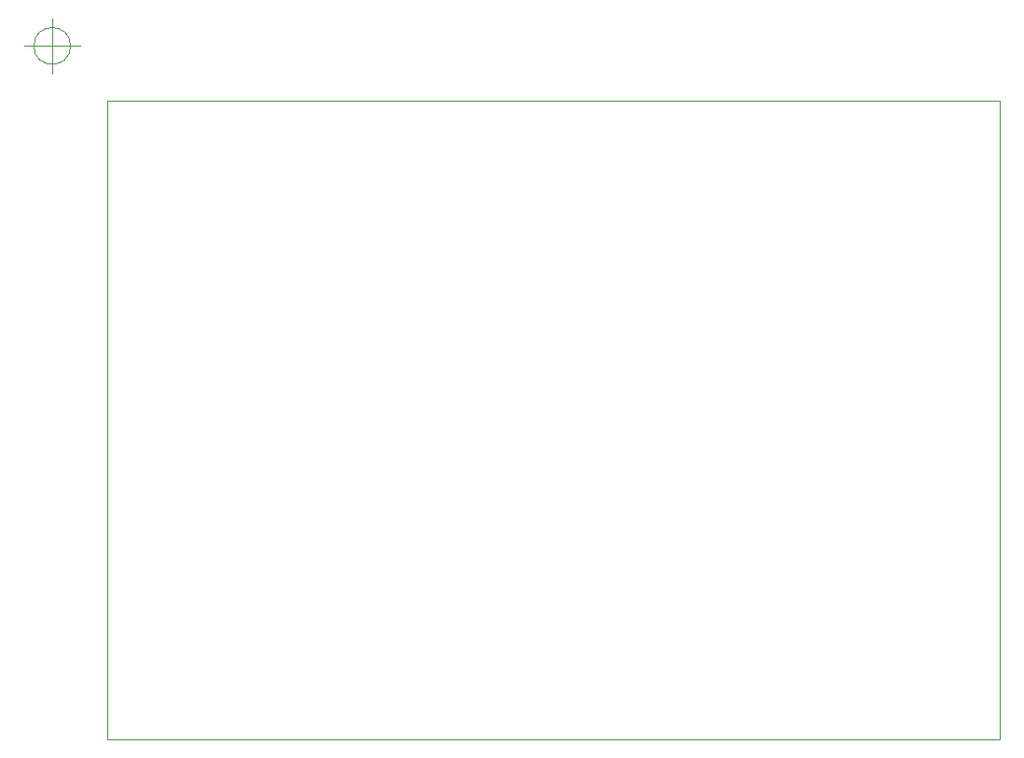
<source format=gbr>
%TF.GenerationSoftware,KiCad,Pcbnew,7.0.10-7.0.10~ubuntu22.04.1*%
%TF.CreationDate,2024-02-04T21:18:26-05:00*%
%TF.ProjectId,TDA7294,54444137-3239-4342-9e6b-696361645f70,v1.0.0*%
%TF.SameCoordinates,PX6146580PY3dfd240*%
%TF.FileFunction,Profile,NP*%
%FSLAX46Y46*%
G04 Gerber Fmt 4.6, Leading zero omitted, Abs format (unit mm)*
G04 Created by KiCad (PCBNEW 7.0.10-7.0.10~ubuntu22.04.1) date 2024-02-04 21:18:26*
%MOMM*%
%LPD*%
G01*
G04 APERTURE LIST*
%TA.AperFunction,Profile*%
%ADD10C,0.050000*%
%TD*%
G04 APERTURE END LIST*
D10*
X5000000Y-63000000D02*
X5000000Y-5000000D01*
X5000000Y-5000000D02*
X86000000Y-5000000D01*
X86000000Y-63000000D02*
X5000000Y-63000000D01*
X86000000Y-5000000D02*
X86000000Y-63000000D01*
X1666666Y0D02*
G75*
G03*
X-1666666Y0I-1666666J0D01*
G01*
X-1666666Y0D02*
G75*
G03*
X1666666Y0I1666666J0D01*
G01*
X-2500000Y0D02*
X2500000Y0D01*
X0Y2500000D02*
X0Y-2500000D01*
X1666666Y0D02*
G75*
G03*
X-1666666Y0I-1666666J0D01*
G01*
X-1666666Y0D02*
G75*
G03*
X1666666Y0I1666666J0D01*
G01*
X-2500000Y0D02*
X2500000Y0D01*
X0Y2500000D02*
X0Y-2500000D01*
M02*

</source>
